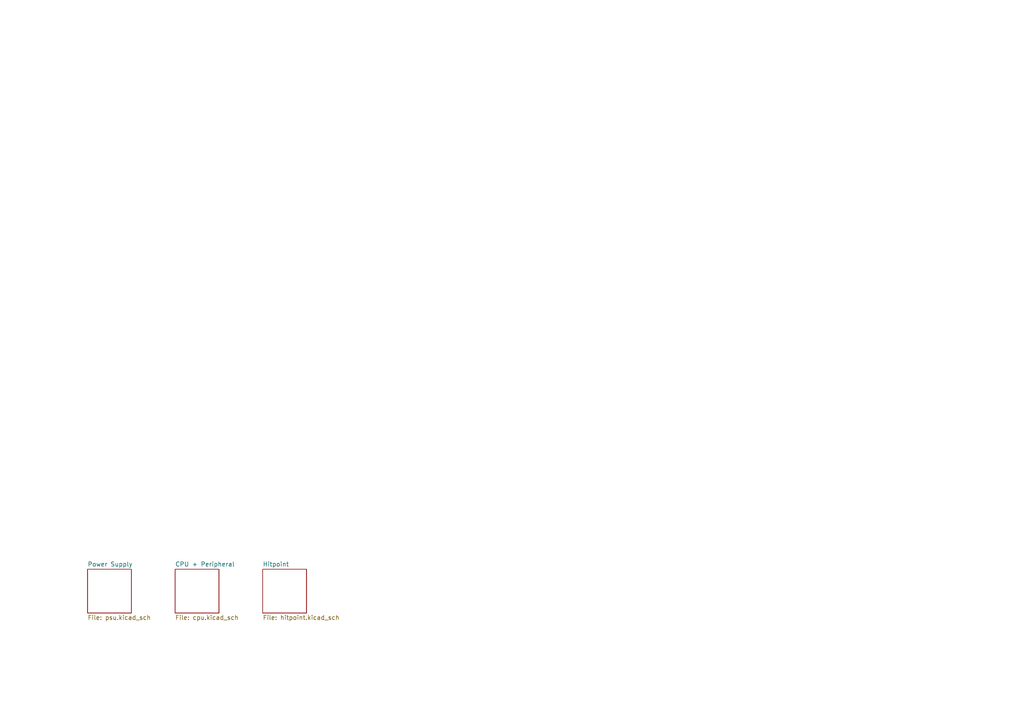
<source format=kicad_sch>
(kicad_sch (version 20211123) (generator eeschema)
  (paper "A4")
  (title_block (title "Breast Module") (date "2023-01-28") (rev "Proto V1") (comment 1 "(C) 2023 Ole Lange"))
  (lib_symbols)
  (sheet (at 25.4 165.1) (size 12.7 12.7) (stroke (width 0.1524))
    (property "Sheet name" "Power Supply" (at 25.4 164.3884 0) (effects (justify left bottom)))
    (property "Sheet file" "psu.kicad_sch" (at 25.4 178.3846 0) (effects (justify left top)))
  )
  (sheet (at 50.8 165.1) (size 12.7 12.7) (stroke (width 0.1524))
    (property "Sheet name" "CPU + Peripheral" (at 50.8 164.3884 0) (effects (justify left bottom)))
    (property "Sheet file" "cpu.kicad_sch" (at 50.8 178.3846 0) (effects (justify left top)))
  )
  (sheet (at 76.2 165.1) (size 12.7 12.7) (stroke (width 0.1524))
    (property "Sheet name" "Hitpoint" (at 76.2 164.3884 0) (effects (justify left bottom)))
    (property "Sheet file" "hitpoint.kicad_sch" (at 76.2 178.3846 0) (effects (justify left top)))
  )
)
</source>
